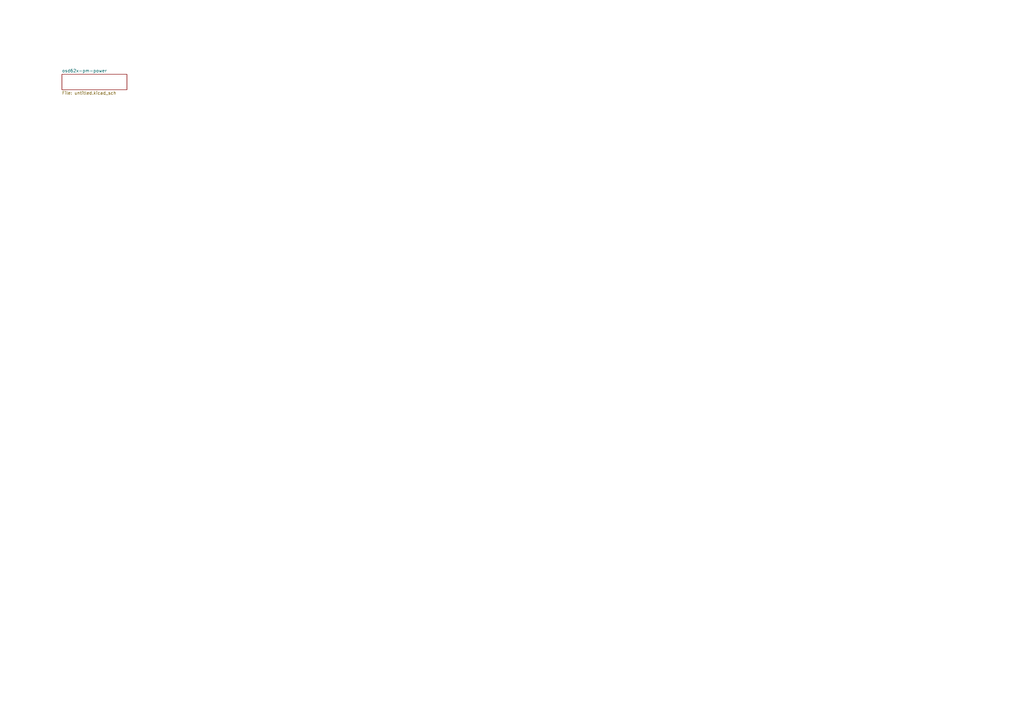
<source format=kicad_sch>
(kicad_sch
	(version 20250114)
	(generator "eeschema")
	(generator_version "9.0")
	(uuid "45b90a68-cf5c-4d95-91b2-d04264fee060")
	(paper "A3")
	(title_block
		(title "osd62x-pm-base")
		(rev "0.1")
	)
	(lib_symbols)
	(sheet
		(at 25.4 30.48)
		(size 26.67 6.35)
		(exclude_from_sim no)
		(in_bom yes)
		(on_board yes)
		(dnp no)
		(fields_autoplaced yes)
		(stroke
			(width 0.1524)
			(type solid)
		)
		(fill
			(color 0 0 0 0.0000)
		)
		(uuid "17829a45-b0b2-4bfd-af2a-115577bcb14c")
		(property "Sheetname" "osd62x-pm-power"
			(at 25.4 29.7684 0)
			(effects
				(font
					(size 1.27 1.27)
				)
				(justify left bottom)
			)
		)
		(property "Sheetfile" "untitled.kicad_sch"
			(at 25.4 37.4146 0)
			(effects
				(font
					(size 1.27 1.27)
				)
				(justify left top)
			)
		)
		(instances
			(project "osd62x-pm-base"
				(path "/45b90a68-cf5c-4d95-91b2-d04264fee060"
					(page "2")
				)
			)
		)
	)
	(sheet_instances
		(path "/"
			(page "1")
		)
	)
	(embedded_fonts no)
)

</source>
